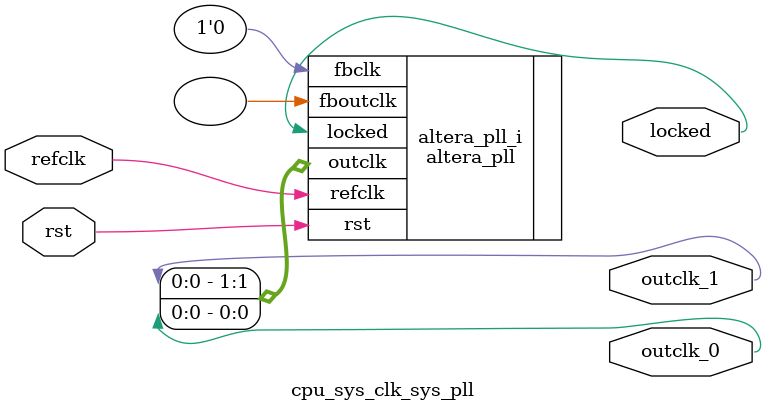
<source format=v>
`timescale 1ns/10ps
module  cpu_sys_clk_sys_pll(

	// interface 'refclk'
	input wire refclk,

	// interface 'reset'
	input wire rst,

	// interface 'outclk0'
	output wire outclk_0,

	// interface 'outclk1'
	output wire outclk_1,

	// interface 'locked'
	output wire locked
);

	altera_pll #(
		.fractional_vco_multiplier("false"),
		.reference_clock_frequency("50.0 MHz"),
		.operation_mode("direct"),
		.number_of_clocks(2),
		.output_clock_frequency0("50.000000 MHz"),
		.phase_shift0("0 ps"),
		.duty_cycle0(50),
		.output_clock_frequency1("50.000000 MHz"),
		.phase_shift1("-3000 ps"),
		.duty_cycle1(50),
		.output_clock_frequency2("0 MHz"),
		.phase_shift2("0 ps"),
		.duty_cycle2(50),
		.output_clock_frequency3("0 MHz"),
		.phase_shift3("0 ps"),
		.duty_cycle3(50),
		.output_clock_frequency4("0 MHz"),
		.phase_shift4("0 ps"),
		.duty_cycle4(50),
		.output_clock_frequency5("0 MHz"),
		.phase_shift5("0 ps"),
		.duty_cycle5(50),
		.output_clock_frequency6("0 MHz"),
		.phase_shift6("0 ps"),
		.duty_cycle6(50),
		.output_clock_frequency7("0 MHz"),
		.phase_shift7("0 ps"),
		.duty_cycle7(50),
		.output_clock_frequency8("0 MHz"),
		.phase_shift8("0 ps"),
		.duty_cycle8(50),
		.output_clock_frequency9("0 MHz"),
		.phase_shift9("0 ps"),
		.duty_cycle9(50),
		.output_clock_frequency10("0 MHz"),
		.phase_shift10("0 ps"),
		.duty_cycle10(50),
		.output_clock_frequency11("0 MHz"),
		.phase_shift11("0 ps"),
		.duty_cycle11(50),
		.output_clock_frequency12("0 MHz"),
		.phase_shift12("0 ps"),
		.duty_cycle12(50),
		.output_clock_frequency13("0 MHz"),
		.phase_shift13("0 ps"),
		.duty_cycle13(50),
		.output_clock_frequency14("0 MHz"),
		.phase_shift14("0 ps"),
		.duty_cycle14(50),
		.output_clock_frequency15("0 MHz"),
		.phase_shift15("0 ps"),
		.duty_cycle15(50),
		.output_clock_frequency16("0 MHz"),
		.phase_shift16("0 ps"),
		.duty_cycle16(50),
		.output_clock_frequency17("0 MHz"),
		.phase_shift17("0 ps"),
		.duty_cycle17(50),
		.pll_type("General"),
		.pll_subtype("General")
	) altera_pll_i (
		.rst	(rst),
		.outclk	({outclk_1, outclk_0}),
		.locked	(locked),
		.fboutclk	( ),
		.fbclk	(1'b0),
		.refclk	(refclk)
	);
endmodule


</source>
